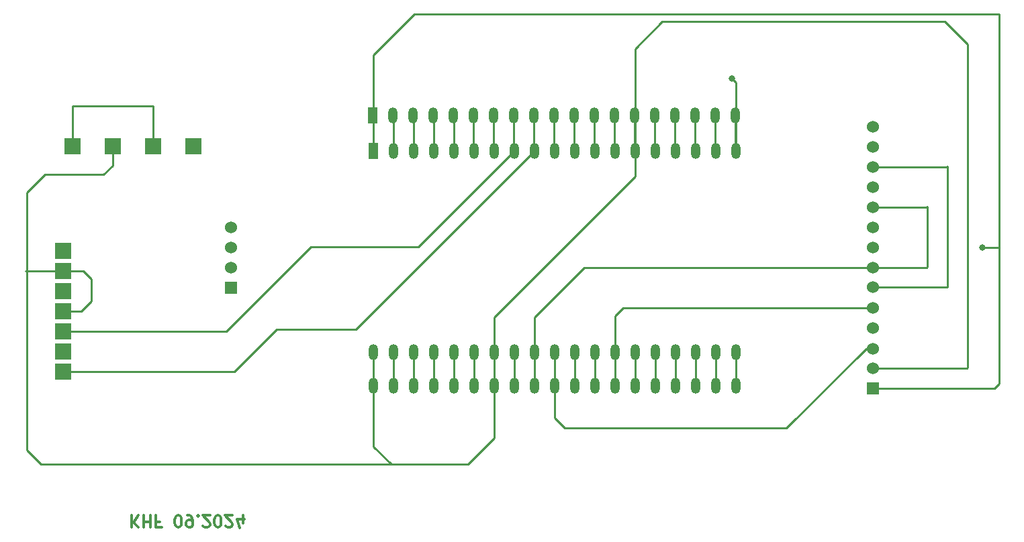
<source format=gbr>
%TF.GenerationSoftware,KiCad,Pcbnew,7.0.8*%
%TF.CreationDate,2024-09-05T21:50:58+02:00*%
%TF.ProjectId,ESP32_TFT2-8,45535033-325f-4544-9654-322d382e6b69,rev?*%
%TF.SameCoordinates,Original*%
%TF.FileFunction,Copper,L2,Bot*%
%TF.FilePolarity,Positive*%
%FSLAX46Y46*%
G04 Gerber Fmt 4.6, Leading zero omitted, Abs format (unit mm)*
G04 Created by KiCad (PCBNEW 7.0.8) date 2024-09-05 21:50:58*
%MOMM*%
%LPD*%
G01*
G04 APERTURE LIST*
%ADD10C,0.300000*%
%TA.AperFunction,NonConductor*%
%ADD11C,0.300000*%
%TD*%
%TA.AperFunction,ComponentPad*%
%ADD12R,2.000000X2.000000*%
%TD*%
%TA.AperFunction,ComponentPad*%
%ADD13R,1.524000X1.524000*%
%TD*%
%TA.AperFunction,ComponentPad*%
%ADD14C,1.524000*%
%TD*%
%TA.AperFunction,ComponentPad*%
%ADD15R,1.200000X2.000000*%
%TD*%
%TA.AperFunction,ComponentPad*%
%ADD16O,1.200000X2.000000*%
%TD*%
%TA.AperFunction,ViaPad*%
%ADD17C,0.800000*%
%TD*%
%TA.AperFunction,Conductor*%
%ADD18C,0.250000*%
%TD*%
G04 APERTURE END LIST*
D10*
D11*
X105424510Y-140559171D02*
X105424510Y-142059171D01*
X106281653Y-140559171D02*
X105638796Y-141416314D01*
X106281653Y-142059171D02*
X105424510Y-141202028D01*
X106924510Y-140559171D02*
X106924510Y-142059171D01*
X106924510Y-141344885D02*
X107781653Y-141344885D01*
X107781653Y-140559171D02*
X107781653Y-142059171D01*
X108995939Y-141344885D02*
X108495939Y-141344885D01*
X108495939Y-140559171D02*
X108495939Y-142059171D01*
X108495939Y-142059171D02*
X109210225Y-142059171D01*
X111210225Y-142059171D02*
X111353082Y-142059171D01*
X111353082Y-142059171D02*
X111495939Y-141987742D01*
X111495939Y-141987742D02*
X111567368Y-141916314D01*
X111567368Y-141916314D02*
X111638796Y-141773457D01*
X111638796Y-141773457D02*
X111710225Y-141487742D01*
X111710225Y-141487742D02*
X111710225Y-141130600D01*
X111710225Y-141130600D02*
X111638796Y-140844885D01*
X111638796Y-140844885D02*
X111567368Y-140702028D01*
X111567368Y-140702028D02*
X111495939Y-140630600D01*
X111495939Y-140630600D02*
X111353082Y-140559171D01*
X111353082Y-140559171D02*
X111210225Y-140559171D01*
X111210225Y-140559171D02*
X111067368Y-140630600D01*
X111067368Y-140630600D02*
X110995939Y-140702028D01*
X110995939Y-140702028D02*
X110924510Y-140844885D01*
X110924510Y-140844885D02*
X110853082Y-141130600D01*
X110853082Y-141130600D02*
X110853082Y-141487742D01*
X110853082Y-141487742D02*
X110924510Y-141773457D01*
X110924510Y-141773457D02*
X110995939Y-141916314D01*
X110995939Y-141916314D02*
X111067368Y-141987742D01*
X111067368Y-141987742D02*
X111210225Y-142059171D01*
X112424510Y-140559171D02*
X112710224Y-140559171D01*
X112710224Y-140559171D02*
X112853081Y-140630600D01*
X112853081Y-140630600D02*
X112924510Y-140702028D01*
X112924510Y-140702028D02*
X113067367Y-140916314D01*
X113067367Y-140916314D02*
X113138796Y-141202028D01*
X113138796Y-141202028D02*
X113138796Y-141773457D01*
X113138796Y-141773457D02*
X113067367Y-141916314D01*
X113067367Y-141916314D02*
X112995939Y-141987742D01*
X112995939Y-141987742D02*
X112853081Y-142059171D01*
X112853081Y-142059171D02*
X112567367Y-142059171D01*
X112567367Y-142059171D02*
X112424510Y-141987742D01*
X112424510Y-141987742D02*
X112353081Y-141916314D01*
X112353081Y-141916314D02*
X112281653Y-141773457D01*
X112281653Y-141773457D02*
X112281653Y-141416314D01*
X112281653Y-141416314D02*
X112353081Y-141273457D01*
X112353081Y-141273457D02*
X112424510Y-141202028D01*
X112424510Y-141202028D02*
X112567367Y-141130600D01*
X112567367Y-141130600D02*
X112853081Y-141130600D01*
X112853081Y-141130600D02*
X112995939Y-141202028D01*
X112995939Y-141202028D02*
X113067367Y-141273457D01*
X113067367Y-141273457D02*
X113138796Y-141416314D01*
X113781652Y-140702028D02*
X113853081Y-140630600D01*
X113853081Y-140630600D02*
X113781652Y-140559171D01*
X113781652Y-140559171D02*
X113710224Y-140630600D01*
X113710224Y-140630600D02*
X113781652Y-140702028D01*
X113781652Y-140702028D02*
X113781652Y-140559171D01*
X114424510Y-141916314D02*
X114495938Y-141987742D01*
X114495938Y-141987742D02*
X114638796Y-142059171D01*
X114638796Y-142059171D02*
X114995938Y-142059171D01*
X114995938Y-142059171D02*
X115138796Y-141987742D01*
X115138796Y-141987742D02*
X115210224Y-141916314D01*
X115210224Y-141916314D02*
X115281653Y-141773457D01*
X115281653Y-141773457D02*
X115281653Y-141630600D01*
X115281653Y-141630600D02*
X115210224Y-141416314D01*
X115210224Y-141416314D02*
X114353081Y-140559171D01*
X114353081Y-140559171D02*
X115281653Y-140559171D01*
X116210224Y-142059171D02*
X116353081Y-142059171D01*
X116353081Y-142059171D02*
X116495938Y-141987742D01*
X116495938Y-141987742D02*
X116567367Y-141916314D01*
X116567367Y-141916314D02*
X116638795Y-141773457D01*
X116638795Y-141773457D02*
X116710224Y-141487742D01*
X116710224Y-141487742D02*
X116710224Y-141130600D01*
X116710224Y-141130600D02*
X116638795Y-140844885D01*
X116638795Y-140844885D02*
X116567367Y-140702028D01*
X116567367Y-140702028D02*
X116495938Y-140630600D01*
X116495938Y-140630600D02*
X116353081Y-140559171D01*
X116353081Y-140559171D02*
X116210224Y-140559171D01*
X116210224Y-140559171D02*
X116067367Y-140630600D01*
X116067367Y-140630600D02*
X115995938Y-140702028D01*
X115995938Y-140702028D02*
X115924509Y-140844885D01*
X115924509Y-140844885D02*
X115853081Y-141130600D01*
X115853081Y-141130600D02*
X115853081Y-141487742D01*
X115853081Y-141487742D02*
X115924509Y-141773457D01*
X115924509Y-141773457D02*
X115995938Y-141916314D01*
X115995938Y-141916314D02*
X116067367Y-141987742D01*
X116067367Y-141987742D02*
X116210224Y-142059171D01*
X117281652Y-141916314D02*
X117353080Y-141987742D01*
X117353080Y-141987742D02*
X117495938Y-142059171D01*
X117495938Y-142059171D02*
X117853080Y-142059171D01*
X117853080Y-142059171D02*
X117995938Y-141987742D01*
X117995938Y-141987742D02*
X118067366Y-141916314D01*
X118067366Y-141916314D02*
X118138795Y-141773457D01*
X118138795Y-141773457D02*
X118138795Y-141630600D01*
X118138795Y-141630600D02*
X118067366Y-141416314D01*
X118067366Y-141416314D02*
X117210223Y-140559171D01*
X117210223Y-140559171D02*
X118138795Y-140559171D01*
X119424509Y-141559171D02*
X119424509Y-140559171D01*
X119067366Y-142130600D02*
X118710223Y-141059171D01*
X118710223Y-141059171D02*
X119638794Y-141059171D01*
D12*
%TO.P,U5,1,LP*%
%TO.N,Net-(U3-LP)*%
X108090000Y-93920000D03*
%TD*%
D13*
%TO.P,U2,1,VCC*%
%TO.N,Net-(U1-3V3)*%
X198909600Y-124536320D03*
D14*
%TO.P,U2,2,GND*%
%TO.N,Net-(U10-LP)*%
X198909600Y-121996320D03*
%TO.P,U2,3,CS*%
%TO.N,Net-(U1-GPIO5)*%
X198909600Y-119486320D03*
%TO.P,U2,4,RESET*%
%TO.N,Net-(U1-GPIO22)*%
X198909600Y-116916320D03*
%TO.P,U2,5,DC*%
%TO.N,unconnected-(U1-ADC2_CH0{slash}GPIO4-Pad26)*%
X198909600Y-114376320D03*
%TO.P,U2,6,MOSI*%
%TO.N,Net-(U1-GPIO23)*%
X198909600Y-111736320D03*
%TO.P,U2,7,SCK*%
%TO.N,Net-(U1-GPIO18)*%
X198909600Y-109296320D03*
%TO.P,U2,8,LED*%
%TO.N,Net-(U1-3V3)*%
X198909600Y-106756320D03*
%TO.P,U2,9,MISO*%
%TO.N,Net-(U1-GPIO19)*%
X198909600Y-104216320D03*
%TO.P,U2,10,T_CLK*%
%TO.N,Net-(U1-GPIO18)*%
X198909600Y-101676320D03*
%TO.P,U2,11,T_CS*%
%TO.N,Net-(U1-MTMS{slash}GPIO14{slash}ADC2_CH6)*%
X198909600Y-99136320D03*
%TO.P,U2,12,T_DIN*%
%TO.N,Net-(U1-GPIO23)*%
X198909600Y-96596320D03*
%TO.P,U2,13,T_DQ*%
%TO.N,Net-(U1-GPIO19)*%
X198909600Y-94056320D03*
%TO.P,U2,14,T_IRQ*%
%TO.N,Net-(U1-ADC2_CH7{slash}GPIO27)*%
X198909600Y-91516320D03*
D13*
%TO.P,U2,15*%
%TO.N,N/C*%
X117909600Y-111796320D03*
D14*
%TO.P,U2,16*%
X117909600Y-109296320D03*
%TO.P,U2,17*%
X117909600Y-106756320D03*
%TO.P,U2,18*%
X117909600Y-104216320D03*
%TD*%
D12*
%TO.P,U6,1,LP*%
%TO.N,Net-(U1-5V)*%
X113170000Y-93920000D03*
%TD*%
%TO.P,U3,1,LP*%
%TO.N,Net-(U3-LP)*%
X97930000Y-93920000D03*
%TD*%
%TO.P,U4,1,LP*%
%TO.N,Net-(U10-LP)*%
X103010000Y-93920000D03*
%TD*%
%TO.P,U11,1,LP*%
%TO.N,Net-(U1-32K_XN{slash}GPIO33{slash}ADC1_CH5)*%
X96774000Y-117348000D03*
%TD*%
%TO.P,U7,1,LP*%
%TO.N,Net-(U1-5V)*%
X96774000Y-107188000D03*
%TD*%
D15*
%TO.P,U1,1,3V3*%
%TO.N,Net-(U1-3V3)*%
X135800000Y-90100000D03*
X135900000Y-94550000D03*
D16*
%TO.P,U1,2,CHIP_PU*%
%TO.N,unconnected-(U1-CHIP_PU-Pad2)*%
X138340000Y-90100000D03*
X138440000Y-94550000D03*
%TO.P,U1,3,SENSOR_VP/GPIO36/ADC1_CH0*%
%TO.N,unconnected-(U1-SENSOR_VP{slash}GPIO36{slash}ADC1_CH0-Pad3)*%
X140880000Y-90100000D03*
X140980000Y-94550000D03*
%TO.P,U1,4,SENSOR_VN/GPIO39/ADC1_CH3*%
%TO.N,unconnected-(U1-SENSOR_VN{slash}GPIO39{slash}ADC1_CH3-Pad4)*%
X143420000Y-90100000D03*
X143520000Y-94550000D03*
%TO.P,U1,5,VDET_1/GPIO34/ADC1_CH6*%
%TO.N,unconnected-(U1-VDET_1{slash}GPIO34{slash}ADC1_CH6-Pad5)*%
X145960000Y-90100000D03*
X146060000Y-94550000D03*
%TO.P,U1,6,VDET_2/GPIO35/ADC1_CH7*%
%TO.N,unconnected-(U1-VDET_2{slash}GPIO35{slash}ADC1_CH7-Pad6)*%
X148500000Y-90100000D03*
X148600000Y-94550000D03*
%TO.P,U1,7,32K_XP/GPIO32/ADC1_CH4*%
%TO.N,unconnected-(U1-32K_XP{slash}GPIO32{slash}ADC1_CH4-Pad7)*%
X151040000Y-90100000D03*
X151140000Y-94550000D03*
%TO.P,U1,8,32K_XN/GPIO33/ADC1_CH5*%
%TO.N,Net-(U1-32K_XN{slash}GPIO33{slash}ADC1_CH5)*%
X153580000Y-90100000D03*
X153680000Y-94550000D03*
%TO.P,U1,9,DAC_1/ADC2_CH8/GPIO25*%
%TO.N,Net-(U1-DAC_1{slash}ADC2_CH8{slash}GPIO25)*%
X156120000Y-90100000D03*
X156220000Y-94550000D03*
%TO.P,U1,10,DAC_2/ADC2_CH9/GPIO26*%
%TO.N,Net-(U1-DAC_2{slash}ADC2_CH9{slash}GPIO26)*%
X158660000Y-90100000D03*
X158760000Y-94550000D03*
%TO.P,U1,11,ADC2_CH7/GPIO27*%
%TO.N,Net-(U1-ADC2_CH7{slash}GPIO27)*%
X161200000Y-90100000D03*
X161300000Y-94550000D03*
%TO.P,U1,12,MTMS/GPIO14/ADC2_CH6*%
%TO.N,Net-(U1-MTMS{slash}GPIO14{slash}ADC2_CH6)*%
X163740000Y-90100000D03*
X163840000Y-94550000D03*
%TO.P,U1,13,MTDI/GPIO12/ADC2_CH5*%
%TO.N,unconnected-(U1-MTDI{slash}GPIO12{slash}ADC2_CH5-Pad13)*%
X166280000Y-90100000D03*
X166380000Y-94550000D03*
%TO.P,U1,14,GND*%
%TO.N,Net-(U10-LP)*%
X168820000Y-90100000D03*
X168920000Y-94550000D03*
%TO.P,U1,15,MTCK/GPIO13/ADC2_CH4*%
%TO.N,unconnected-(U1-MTCK{slash}GPIO13{slash}ADC2_CH4-Pad15)*%
X171360000Y-90100000D03*
X171460000Y-94550000D03*
%TO.P,U1,16,SD_DATA2/GPIO9*%
%TO.N,unconnected-(U1-SD_DATA2{slash}GPIO9-Pad16)*%
X173900000Y-90100000D03*
X174000000Y-94550000D03*
%TO.P,U1,17,SD_DATA3/GPIO10*%
%TO.N,unconnected-(U1-SD_DATA3{slash}GPIO10-Pad17)*%
X176440000Y-90100000D03*
X176540000Y-94550000D03*
%TO.P,U1,18,CMD*%
%TO.N,unconnected-(U1-CMD-Pad18)*%
X178980000Y-90100000D03*
X179080000Y-94550000D03*
%TO.P,U1,19,5V*%
%TO.N,Net-(U1-5V)*%
X181520000Y-90100000D03*
X181620000Y-94550000D03*
%TO.P,U1,20,SD_CLK/GPIO6*%
%TO.N,unconnected-(U1-SD_CLK{slash}GPIO6-Pad20)*%
X181617280Y-119946320D03*
X181647280Y-124196321D03*
%TO.P,U1,21,SD_DATA0/GPIO7*%
%TO.N,unconnected-(U1-SD_DATA0{slash}GPIO7-Pad21)*%
X179077280Y-119946320D03*
X179107280Y-124196321D03*
%TO.P,U1,22,SD_DATA1/GPIO8*%
%TO.N,unconnected-(U1-SD_DATA1{slash}GPIO8-Pad22)*%
X176540000Y-119950000D03*
X176570000Y-124200001D03*
%TO.P,U1,23,MTDO/GPIO15/ADC2_CH3*%
%TO.N,unconnected-(U1-MTDO{slash}GPIO15{slash}ADC2_CH3-Pad23)*%
X174000000Y-119950000D03*
X174030000Y-124200001D03*
%TO.P,U1,24,ADC2_CH2/GPIO2*%
%TO.N,unconnected-(U1-ADC2_CH2{slash}GPIO2-Pad24)*%
X171460000Y-119950000D03*
X171490000Y-124200001D03*
%TO.P,U1,25,GPIO0/BOOT/ADC2_CH1*%
%TO.N,unconnected-(U1-GPIO0{slash}BOOT{slash}ADC2_CH1-Pad25)*%
X168920000Y-119950000D03*
X168950000Y-124200001D03*
%TO.P,U1,26,ADC2_CH0/GPIO4*%
%TO.N,unconnected-(U1-ADC2_CH0{slash}GPIO4-Pad26)*%
X166380000Y-119950000D03*
X166410000Y-124200001D03*
%TO.P,U1,27,GPIO16*%
%TO.N,unconnected-(U1-GPIO16-Pad27)*%
X163840000Y-119950000D03*
X163870000Y-124200001D03*
%TO.P,U1,28,GPIO17*%
%TO.N,unconnected-(U1-GPIO17-Pad28)*%
X161300000Y-119950000D03*
X161330000Y-124200001D03*
%TO.P,U1,29,GPIO5*%
%TO.N,Net-(U1-GPIO5)*%
X158760000Y-119950000D03*
X158790000Y-124200001D03*
%TO.P,U1,30,GPIO18*%
%TO.N,Net-(U1-GPIO18)*%
X156220000Y-119950000D03*
X156250000Y-124200001D03*
%TO.P,U1,31,GPIO19*%
%TO.N,Net-(U1-GPIO19)*%
X153680000Y-119950000D03*
X153710000Y-124200001D03*
%TO.P,U1,32,GND*%
%TO.N,Net-(U10-LP)*%
X151140000Y-119950000D03*
X151170000Y-124200001D03*
%TO.P,U1,33,GPIO21*%
%TO.N,unconnected-(U1-GPIO21-Pad33)*%
X148600000Y-119950000D03*
X148630000Y-124200001D03*
%TO.P,U1,34,U0RXD/GPIO3*%
%TO.N,unconnected-(U1-U0RXD{slash}GPIO3-Pad34)*%
X146060000Y-119950000D03*
X146090000Y-124200001D03*
%TO.P,U1,35,U0TXD/GPIO1*%
%TO.N,unconnected-(U1-U0TXD{slash}GPIO1-Pad35)*%
X143520000Y-119950000D03*
X143550000Y-124200001D03*
%TO.P,U1,36,GPIO22*%
%TO.N,Net-(U1-GPIO22)*%
X140980000Y-119950000D03*
X141010000Y-124200001D03*
%TO.P,U1,37,GPIO23*%
%TO.N,Net-(U1-GPIO23)*%
X138440000Y-119950000D03*
X138470000Y-124200001D03*
%TO.P,U1,38,GND*%
%TO.N,Net-(U10-LP)*%
X135900000Y-119950000D03*
X135930000Y-124200001D03*
%TD*%
D12*
%TO.P,U8,1,LP*%
%TO.N,Net-(U10-LP)*%
X96774000Y-109728000D03*
%TD*%
%TO.P,U13,1,LP*%
%TO.N,Net-(U1-DAC_1{slash}ADC2_CH8{slash}GPIO25)*%
X96774000Y-122428000D03*
%TD*%
%TO.P,U12,1,LP*%
%TO.N,Net-(U1-DAC_2{slash}ADC2_CH9{slash}GPIO26)*%
X96774000Y-119888000D03*
%TD*%
%TO.P,U9,1,LP*%
%TO.N,Net-(U1-5V)*%
X96774000Y-112268000D03*
%TD*%
%TO.P,U10,1,LP*%
%TO.N,Net-(U10-LP)*%
X96774000Y-114808000D03*
%TD*%
D17*
%TO.N,Net-(U1-3V3)*%
X212646320Y-106756320D03*
%TO.N,Net-(U1-5V)*%
X181120000Y-85420000D03*
%TD*%
D18*
%TO.N,Net-(U10-LP)*%
X99060000Y-114808000D02*
X96774000Y-114808000D01*
X100330000Y-113538000D02*
X99060000Y-114808000D01*
X99314000Y-109728000D02*
X100330000Y-110744000D01*
X100330000Y-110744000D02*
X100330000Y-113538000D01*
X96774000Y-109728000D02*
X99314000Y-109728000D01*
%TO.N,Net-(U1-32K_XN{slash}GPIO33{slash}ADC1_CH5)*%
X128016000Y-106680000D02*
X141550000Y-106680000D01*
X117348000Y-117348000D02*
X128016000Y-106680000D01*
X96774000Y-117348000D02*
X117348000Y-117348000D01*
X141550000Y-106680000D02*
X153680000Y-94550000D01*
%TO.N,Net-(U1-DAC_1{slash}ADC2_CH8{slash}GPIO25)*%
X133676000Y-117094000D02*
X156220000Y-94550000D01*
X123698000Y-117094000D02*
X133676000Y-117094000D01*
X96774000Y-122428000D02*
X118364000Y-122428000D01*
X118364000Y-122428000D02*
X123698000Y-117094000D01*
%TO.N,Net-(U10-LP)*%
X103010000Y-96380000D02*
X103010000Y-93920000D01*
X101854000Y-97536000D02*
X103010000Y-96380000D01*
X94488000Y-97536000D02*
X101854000Y-97536000D01*
X92202000Y-99822000D02*
X94488000Y-97536000D01*
X92202000Y-132334000D02*
X92202000Y-99822000D01*
X93980000Y-134112000D02*
X92202000Y-132334000D01*
X140462000Y-134112000D02*
X93980000Y-134112000D01*
%TO.N,Net-(U1-3V3)*%
X214203680Y-124536320D02*
X214790000Y-123950000D01*
X198909600Y-124536320D02*
X214203680Y-124536320D01*
X214726320Y-106756320D02*
X214790000Y-106820000D01*
X214790000Y-123950000D02*
X214790000Y-106820000D01*
X141060000Y-77260000D02*
X135900000Y-82420000D01*
X212646320Y-106756320D02*
X214726320Y-106756320D01*
X214790000Y-106820000D02*
X214790000Y-77260000D01*
X135900000Y-82420000D02*
X135900000Y-94550000D01*
X214790000Y-77260000D02*
X141060000Y-77260000D01*
%TO.N,unconnected-(U1-CHIP_PU-Pad2)*%
X138440000Y-94550000D02*
X138440000Y-90200000D01*
X138440000Y-90200000D02*
X138340000Y-90100000D01*
%TO.N,unconnected-(U1-SENSOR_VP{slash}GPIO36{slash}ADC1_CH0-Pad3)*%
X140980000Y-90200000D02*
X140880000Y-90100000D01*
X140980000Y-94550000D02*
X140980000Y-90200000D01*
%TO.N,unconnected-(U1-SENSOR_VN{slash}GPIO39{slash}ADC1_CH3-Pad4)*%
X143520000Y-94550000D02*
X143520000Y-90200000D01*
X143520000Y-90200000D02*
X143420000Y-90100000D01*
%TO.N,unconnected-(U1-VDET_1{slash}GPIO34{slash}ADC1_CH6-Pad5)*%
X146060000Y-90200000D02*
X145960000Y-90100000D01*
X146060000Y-94550000D02*
X146060000Y-90200000D01*
%TO.N,unconnected-(U1-VDET_2{slash}GPIO35{slash}ADC1_CH7-Pad6)*%
X148500000Y-94450000D02*
X148600000Y-94550000D01*
X148500000Y-90100000D02*
X148500000Y-94450000D01*
%TO.N,unconnected-(U1-32K_XP{slash}GPIO32{slash}ADC1_CH4-Pad7)*%
X151040000Y-90100000D02*
X151040000Y-94450000D01*
X151040000Y-94450000D02*
X151140000Y-94550000D01*
%TO.N,Net-(U1-32K_XN{slash}GPIO33{slash}ADC1_CH5)*%
X153580000Y-94450000D02*
X153680000Y-94550000D01*
X153580000Y-90100000D02*
X153580000Y-94450000D01*
%TO.N,Net-(U1-DAC_1{slash}ADC2_CH8{slash}GPIO25)*%
X156120000Y-94450000D02*
X156220000Y-94550000D01*
X156120000Y-90100000D02*
X156120000Y-94450000D01*
%TO.N,Net-(U1-DAC_2{slash}ADC2_CH9{slash}GPIO26)*%
X158660000Y-90100000D02*
X158660000Y-94450000D01*
X158660000Y-94450000D02*
X158760000Y-94550000D01*
%TO.N,Net-(U1-ADC2_CH7{slash}GPIO27)*%
X161200000Y-94450000D02*
X161300000Y-94550000D01*
X161200000Y-90100000D02*
X161200000Y-94450000D01*
%TO.N,Net-(U1-MTMS{slash}GPIO14{slash}ADC2_CH6)*%
X163740000Y-94450000D02*
X163840000Y-94550000D01*
X163740000Y-90100000D02*
X163740000Y-94450000D01*
%TO.N,unconnected-(U1-MTDI{slash}GPIO12{slash}ADC2_CH5-Pad13)*%
X166280000Y-90100000D02*
X166280000Y-94450000D01*
X166280000Y-94450000D02*
X166380000Y-94550000D01*
%TO.N,Net-(U10-LP)*%
X198909600Y-121996320D02*
X210743680Y-121996320D01*
X151140000Y-115560000D02*
X168920000Y-97780000D01*
X151140000Y-124170001D02*
X151170000Y-124200001D01*
X168920000Y-81660000D02*
X172330000Y-78250000D01*
X168920000Y-97780000D02*
X168920000Y-94550000D01*
X151170000Y-130770000D02*
X151170000Y-124200001D01*
X174840000Y-78250000D02*
X174610000Y-78250000D01*
X172330000Y-78250000D02*
X180060000Y-78250000D01*
X135930000Y-131866000D02*
X135930000Y-124200001D01*
X92016668Y-109728000D02*
X96774000Y-109728000D01*
X151140000Y-119950000D02*
X151140000Y-115560000D01*
X135900000Y-124170001D02*
X135930000Y-124200001D01*
X207950000Y-78250000D02*
X180060000Y-78250000D01*
X151140000Y-119950000D02*
X151140000Y-124170001D01*
X151140000Y-119950000D02*
X151140000Y-123180000D01*
X135900000Y-119950000D02*
X135900000Y-124170001D01*
X140462000Y-134112000D02*
X138176000Y-134112000D01*
X210820000Y-81120000D02*
X207950000Y-78250000D01*
X138176000Y-134112000D02*
X135930000Y-131866000D01*
X168820000Y-90100000D02*
X168820000Y-94450000D01*
X147828000Y-134112000D02*
X151170000Y-130770000D01*
X168920000Y-94550000D02*
X168920000Y-81660000D01*
X180060000Y-78250000D02*
X174840000Y-78250000D01*
X210743680Y-121996320D02*
X210820000Y-121920000D01*
X210820000Y-121920000D02*
X210820000Y-91200000D01*
X147828000Y-134112000D02*
X140462000Y-134112000D01*
X210820000Y-91200000D02*
X210820000Y-81120000D01*
X210820000Y-91200000D02*
X210820000Y-88900000D01*
X168820000Y-94450000D02*
X168920000Y-94550000D01*
%TO.N,unconnected-(U1-MTCK{slash}GPIO13{slash}ADC2_CH4-Pad15)*%
X171360000Y-90100000D02*
X171360000Y-94450000D01*
X171360000Y-94450000D02*
X171460000Y-94550000D01*
%TO.N,unconnected-(U1-SD_DATA2{slash}GPIO9-Pad16)*%
X173900000Y-90100000D02*
X173900000Y-94450000D01*
X173900000Y-94450000D02*
X174000000Y-94550000D01*
%TO.N,unconnected-(U1-SD_DATA3{slash}GPIO10-Pad17)*%
X176440000Y-90100000D02*
X176440000Y-94450000D01*
X176440000Y-94450000D02*
X176540000Y-94550000D01*
%TO.N,unconnected-(U1-CMD-Pad18)*%
X178980000Y-90100000D02*
X178980000Y-94450000D01*
X178980000Y-94450000D02*
X179080000Y-94550000D01*
%TO.N,Net-(U1-5V)*%
X181520000Y-94450000D02*
X181620000Y-94550000D01*
X181120000Y-85420000D02*
X181620000Y-85920000D01*
X181620000Y-85920000D02*
X181620000Y-94550000D01*
X181520000Y-90100000D02*
X181520000Y-94450000D01*
%TO.N,unconnected-(U1-SD_CLK{slash}GPIO6-Pad20)*%
X181617280Y-124166321D02*
X181647280Y-124196321D01*
X181617280Y-119946320D02*
X181617280Y-124166321D01*
%TO.N,unconnected-(U1-SD_DATA0{slash}GPIO7-Pad21)*%
X179077280Y-119946320D02*
X179077280Y-124166321D01*
X179077280Y-124166321D02*
X179107280Y-124196321D01*
%TO.N,unconnected-(U1-SD_DATA1{slash}GPIO8-Pad22)*%
X176540000Y-124170001D02*
X176570000Y-124200001D01*
X176540000Y-119950000D02*
X176540000Y-124170001D01*
%TO.N,unconnected-(U1-MTDO{slash}GPIO15{slash}ADC2_CH3-Pad23)*%
X174000000Y-119950000D02*
X174000000Y-124170001D01*
X174000000Y-124170001D02*
X174030000Y-124200001D01*
%TO.N,unconnected-(U1-ADC2_CH2{slash}GPIO2-Pad24)*%
X171460000Y-124170001D02*
X171490000Y-124200001D01*
X171460000Y-119950000D02*
X171460000Y-124170001D01*
%TO.N,unconnected-(U1-GPIO0{slash}BOOT{slash}ADC2_CH1-Pad25)*%
X168920000Y-124170001D02*
X168950000Y-124200001D01*
X168920000Y-119950000D02*
X168920000Y-124170001D01*
%TO.N,unconnected-(U1-ADC2_CH0{slash}GPIO4-Pad26)*%
X166380000Y-115410000D02*
X166380000Y-119950000D01*
X198909600Y-114376320D02*
X167413680Y-114376320D01*
X166380000Y-124170001D02*
X166410000Y-124200001D01*
X166380000Y-119950000D02*
X166380000Y-124170001D01*
X167413680Y-114376320D02*
X166380000Y-115410000D01*
%TO.N,unconnected-(U1-GPIO16-Pad27)*%
X163840000Y-124170001D02*
X163870000Y-124200001D01*
X163840000Y-119950000D02*
X163840000Y-124170001D01*
%TO.N,unconnected-(U1-GPIO17-Pad28)*%
X161300000Y-119950000D02*
X161300000Y-124170001D01*
X161300000Y-124170001D02*
X161330000Y-124200001D01*
%TO.N,Net-(U1-GPIO5)*%
X198013680Y-119486320D02*
X187960000Y-129540000D01*
X187960000Y-129540000D02*
X160020000Y-129540000D01*
X158760000Y-119950000D02*
X158760000Y-124170001D01*
X158760000Y-128280000D02*
X158760000Y-119950000D01*
X158760000Y-124170001D02*
X158790000Y-124200001D01*
X198909600Y-119486320D02*
X198013680Y-119486320D01*
X160020000Y-129540000D02*
X158760000Y-128280000D01*
%TO.N,Net-(U1-GPIO18)*%
X198909600Y-109296320D02*
X205663680Y-109296320D01*
X205740000Y-101600000D02*
X205663680Y-101676320D01*
X162483680Y-109296320D02*
X198909600Y-109296320D01*
X205663680Y-109296320D02*
X205740000Y-109220000D01*
X205740000Y-109220000D02*
X205740000Y-101600000D01*
X156220000Y-119950000D02*
X156220000Y-124170001D01*
X156220000Y-124170001D02*
X156250000Y-124200001D01*
X156220000Y-115560000D02*
X162483680Y-109296320D01*
X156220000Y-119950000D02*
X156220000Y-115560000D01*
X205663680Y-101676320D02*
X198909600Y-101676320D01*
%TO.N,Net-(U1-GPIO19)*%
X153680000Y-119950000D02*
X153680000Y-124170001D01*
X153680000Y-124170001D02*
X153710000Y-124200001D01*
%TO.N,unconnected-(U1-GPIO21-Pad33)*%
X148600000Y-124170001D02*
X148630000Y-124200001D01*
X148600000Y-119950000D02*
X148600000Y-124170001D01*
%TO.N,unconnected-(U1-U0RXD{slash}GPIO3-Pad34)*%
X146060000Y-124170001D02*
X146090000Y-124200001D01*
X146060000Y-119950000D02*
X146060000Y-124170001D01*
%TO.N,unconnected-(U1-U0TXD{slash}GPIO1-Pad35)*%
X143520000Y-124170001D02*
X143550000Y-124200001D01*
X143520000Y-119950000D02*
X143520000Y-124170001D01*
%TO.N,Net-(U1-GPIO22)*%
X140980000Y-119950000D02*
X140980000Y-124170001D01*
X140980000Y-124170001D02*
X141010000Y-124200001D01*
%TO.N,Net-(U1-GPIO23)*%
X208256320Y-111736320D02*
X208280000Y-111712640D01*
X208203680Y-96596320D02*
X198909600Y-96596320D01*
X208280000Y-111712640D02*
X208280000Y-96520000D01*
X138440000Y-119950000D02*
X138440000Y-124170001D01*
X208280000Y-96520000D02*
X208203680Y-96596320D01*
X198909600Y-111736320D02*
X208256320Y-111736320D01*
X138440000Y-124170001D02*
X138470000Y-124200001D01*
%TO.N,Net-(U3-LP)*%
X108090000Y-88840000D02*
X108090000Y-93920000D01*
X97930000Y-88840000D02*
X108090000Y-88840000D01*
X97930000Y-93920000D02*
X97930000Y-88840000D01*
%TD*%
M02*

</source>
